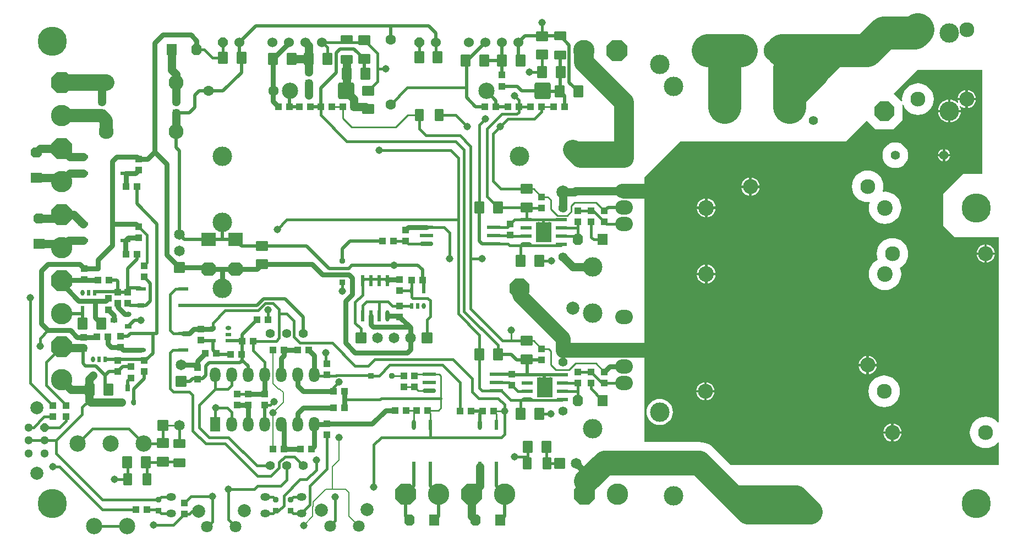
<source format=gbl>
G04 Layer_Physical_Order=2*
G04 Layer_Color=16711680*
%FSLAX25Y25*%
%MOIN*%
G70*
G01*
G75*
%ADD11C,0.05000*%
%ADD12C,0.01500*%
%ADD13C,0.02000*%
%ADD14C,0.15000*%
%ADD15C,0.12000*%
%ADD16C,0.03000*%
%ADD17C,0.20000*%
%ADD19C,0.01000*%
%ADD20C,0.07874*%
%ADD21C,0.05118*%
%ADD22P,0.05540X8X292.5*%
%ADD23C,0.09055*%
%ADD24C,0.07087*%
%ADD25C,0.06000*%
%ADD26P,0.06494X8X22.5*%
%ADD27C,0.06500*%
G04:AMPARAMS|DCode=28|XSize=65mil|YSize=65mil|CornerRadius=3.25mil|HoleSize=0mil|Usage=FLASHONLY|Rotation=180.000|XOffset=0mil|YOffset=0mil|HoleType=Round|Shape=RoundedRectangle|*
%AMROUNDEDRECTD28*
21,1,0.06500,0.05850,0,0,180.0*
21,1,0.05850,0.06500,0,0,180.0*
1,1,0.00650,-0.02925,0.02925*
1,1,0.00650,0.02925,0.02925*
1,1,0.00650,0.02925,-0.02925*
1,1,0.00650,-0.02925,-0.02925*
%
%ADD28ROUNDEDRECTD28*%
%ADD29C,0.11811*%
%ADD30P,0.12784X8X292.5*%
G04:AMPARAMS|DCode=31|XSize=65mil|YSize=65mil|CornerRadius=3.25mil|HoleSize=0mil|Usage=FLASHONLY|Rotation=90.000|XOffset=0mil|YOffset=0mil|HoleType=Round|Shape=RoundedRectangle|*
%AMROUNDEDRECTD31*
21,1,0.06500,0.05850,0,0,90.0*
21,1,0.05850,0.06500,0,0,90.0*
1,1,0.00650,0.02925,0.02925*
1,1,0.00650,0.02925,-0.02925*
1,1,0.00650,-0.02925,-0.02925*
1,1,0.00650,-0.02925,0.02925*
%
%ADD31ROUNDEDRECTD31*%
%ADD32C,0.09843*%
G04:AMPARAMS|DCode=33|XSize=98.43mil|YSize=98.43mil|CornerRadius=9.84mil|HoleSize=0mil|Usage=FLASHONLY|Rotation=0.000|XOffset=0mil|YOffset=0mil|HoleType=Round|Shape=RoundedRectangle|*
%AMROUNDEDRECTD33*
21,1,0.09843,0.07874,0,0,0.0*
21,1,0.07874,0.09843,0,0,0.0*
1,1,0.01969,0.03937,-0.03937*
1,1,0.01969,-0.03937,-0.03937*
1,1,0.01969,-0.03937,0.03937*
1,1,0.01969,0.03937,0.03937*
%
%ADD33ROUNDEDRECTD33*%
%ADD34C,0.06299*%
%ADD35P,0.12784X8X202.5*%
%ADD36P,0.14063X8X292.5*%
%ADD37C,0.12992*%
%ADD38C,0.09449*%
%ADD39C,0.05512*%
%ADD40O,0.05906X0.04724*%
%ADD41P,0.14063X8X202.5*%
%ADD42O,0.10630X0.08819*%
%ADD43O,0.06400X0.09000*%
%ADD44R,0.06400X0.09000*%
%ADD45C,0.17716*%
%ADD46C,0.04500*%
%ADD47C,0.02598*%
G04:AMPARAMS|DCode=48|XSize=40mil|YSize=40mil|CornerRadius=3mil|HoleSize=0mil|Usage=FLASHONLY|Rotation=180.000|XOffset=0mil|YOffset=0mil|HoleType=Round|Shape=RoundedRectangle|*
%AMROUNDEDRECTD48*
21,1,0.04000,0.03400,0,0,180.0*
21,1,0.03400,0.04000,0,0,180.0*
1,1,0.00600,-0.01700,0.01700*
1,1,0.00600,0.01700,0.01700*
1,1,0.00600,0.01700,-0.01700*
1,1,0.00600,-0.01700,-0.01700*
%
%ADD48ROUNDEDRECTD48*%
%ADD49R,0.04000X0.03000*%
%ADD50O,0.04000X0.03000*%
%ADD51R,0.03000X0.04000*%
%ADD52O,0.03000X0.04000*%
%ADD53O,0.02362X0.03543*%
%ADD54R,0.02362X0.03543*%
%ADD55O,0.06890X0.02362*%
%ADD56R,0.06890X0.02362*%
%ADD57R,0.09449X0.12205*%
G04:AMPARAMS|DCode=58|XSize=23.62mil|YSize=80.71mil|CornerRadius=0mil|HoleSize=0mil|Usage=FLASHONLY|Rotation=270.000|XOffset=0mil|YOffset=0mil|HoleType=Round|Shape=Octagon|*
%AMOCTAGOND58*
4,1,8,0.04035,0.00591,0.04035,-0.00591,0.03445,-0.01181,-0.03445,-0.01181,-0.04035,-0.00591,-0.04035,0.00591,-0.03445,0.01181,0.03445,0.01181,0.04035,0.00591,0.0*
%
%ADD58OCTAGOND58*%

%ADD59R,0.08071X0.02362*%
%ADD60R,0.02362X0.06890*%
%ADD61O,0.02362X0.06890*%
G04:AMPARAMS|DCode=62|XSize=40mil|YSize=40mil|CornerRadius=3mil|HoleSize=0mil|Usage=FLASHONLY|Rotation=270.000|XOffset=0mil|YOffset=0mil|HoleType=Round|Shape=RoundedRectangle|*
%AMROUNDEDRECTD62*
21,1,0.04000,0.03400,0,0,270.0*
21,1,0.03400,0.04000,0,0,270.0*
1,1,0.00600,-0.01700,-0.01700*
1,1,0.00600,-0.01700,0.01700*
1,1,0.00600,0.01700,0.01700*
1,1,0.00600,0.01700,-0.01700*
%
%ADD62ROUNDEDRECTD62*%
G04:AMPARAMS|DCode=63|XSize=63mil|YSize=71mil|CornerRadius=4.73mil|HoleSize=0mil|Usage=FLASHONLY|Rotation=90.000|XOffset=0mil|YOffset=0mil|HoleType=Round|Shape=RoundedRectangle|*
%AMROUNDEDRECTD63*
21,1,0.06300,0.06155,0,0,90.0*
21,1,0.05355,0.07100,0,0,90.0*
1,1,0.00945,0.03078,0.02678*
1,1,0.00945,0.03078,-0.02678*
1,1,0.00945,-0.03078,-0.02678*
1,1,0.00945,-0.03078,0.02678*
%
%ADD63ROUNDEDRECTD63*%
G04:AMPARAMS|DCode=64|XSize=63mil|YSize=71mil|CornerRadius=4.73mil|HoleSize=0mil|Usage=FLASHONLY|Rotation=0.000|XOffset=0mil|YOffset=0mil|HoleType=Round|Shape=RoundedRectangle|*
%AMROUNDEDRECTD64*
21,1,0.06300,0.06155,0,0,0.0*
21,1,0.05355,0.07100,0,0,0.0*
1,1,0.00945,0.02678,-0.03078*
1,1,0.00945,-0.02678,-0.03078*
1,1,0.00945,-0.02678,0.03078*
1,1,0.00945,0.02678,0.03078*
%
%ADD64ROUNDEDRECTD64*%
%ADD65R,0.08661X0.08071*%
G04:AMPARAMS|DCode=66|XSize=86.61mil|YSize=80.71mil|CornerRadius=0mil|HoleSize=0mil|Usage=FLASHONLY|Rotation=0.000|XOffset=0mil|YOffset=0mil|HoleType=Round|Shape=Octagon|*
%AMOCTAGOND66*
4,1,8,0.04331,-0.02018,0.04331,0.02018,0.02313,0.04035,-0.02313,0.04035,-0.04331,0.02018,-0.04331,-0.02018,-0.02313,-0.04035,0.02313,-0.04035,0.04331,-0.02018,0.0*
%
%ADD66OCTAGOND66*%

%ADD67R,0.06299X0.02362*%
%ADD68O,0.06299X0.02362*%
%ADD69R,0.06693X0.06299*%
G04:AMPARAMS|DCode=70|XSize=66.93mil|YSize=62.99mil|CornerRadius=0mil|HoleSize=0mil|Usage=FLASHONLY|Rotation=0.000|XOffset=0mil|YOffset=0mil|HoleType=Round|Shape=Octagon|*
%AMOCTAGOND70*
4,1,8,0.03347,-0.01575,0.03347,0.01575,0.01772,0.03150,-0.01772,0.03150,-0.03347,0.01575,-0.03347,-0.01575,-0.01772,-0.03150,0.01772,-0.03150,0.03347,-0.01575,0.0*
%
%ADD70OCTAGOND70*%

G04:AMPARAMS|DCode=71|XSize=66.93mil|YSize=62.99mil|CornerRadius=0mil|HoleSize=0mil|Usage=FLASHONLY|Rotation=270.000|XOffset=0mil|YOffset=0mil|HoleType=Round|Shape=Octagon|*
%AMOCTAGOND71*
4,1,8,-0.01575,-0.03347,0.01575,-0.03347,0.03150,-0.01772,0.03150,0.01772,0.01575,0.03347,-0.01575,0.03347,-0.03150,0.01772,-0.03150,-0.01772,-0.01575,-0.03347,0.0*
%
%ADD71OCTAGOND71*%

%ADD72R,0.06299X0.06693*%
%ADD73P,0.03835X8X292.5*%
%ADD74R,0.03543X0.03543*%
%ADD75P,0.03835X8X22.5*%
%ADD76R,0.03543X0.03543*%
G04:AMPARAMS|DCode=77|XSize=35.43mil|YSize=33.47mil|CornerRadius=0mil|HoleSize=0mil|Usage=FLASHONLY|Rotation=0.000|XOffset=0mil|YOffset=0mil|HoleType=Round|Shape=Octagon|*
%AMOCTAGOND77*
4,1,8,0.01772,-0.00837,0.01772,0.00837,0.00935,0.01673,-0.00935,0.01673,-0.01772,0.00837,-0.01772,-0.00837,-0.00935,-0.01673,0.00935,-0.01673,0.01772,-0.00837,0.0*
%
%ADD77OCTAGOND77*%

%ADD78R,0.03543X0.03347*%
%ADD79R,0.03543X0.02362*%
%ADD80O,0.03543X0.02362*%
G04:AMPARAMS|DCode=81|XSize=55.12mil|YSize=70.87mil|CornerRadius=4.13mil|HoleSize=0mil|Usage=FLASHONLY|Rotation=90.000|XOffset=0mil|YOffset=0mil|HoleType=Round|Shape=RoundedRectangle|*
%AMROUNDEDRECTD81*
21,1,0.05512,0.06260,0,0,90.0*
21,1,0.04685,0.07087,0,0,90.0*
1,1,0.00827,0.03130,0.02343*
1,1,0.00827,0.03130,-0.02343*
1,1,0.00827,-0.03130,-0.02343*
1,1,0.00827,-0.03130,0.02343*
%
%ADD81ROUNDEDRECTD81*%
G04:AMPARAMS|DCode=82|XSize=55.12mil|YSize=70.87mil|CornerRadius=4.13mil|HoleSize=0mil|Usage=FLASHONLY|Rotation=0.000|XOffset=0mil|YOffset=0mil|HoleType=Round|Shape=RoundedRectangle|*
%AMROUNDEDRECTD82*
21,1,0.05512,0.06260,0,0,0.0*
21,1,0.04685,0.07087,0,0,0.0*
1,1,0.00827,0.02343,-0.03130*
1,1,0.00827,-0.02343,-0.03130*
1,1,0.00827,-0.02343,0.03130*
1,1,0.00827,0.02343,0.03130*
%
%ADD82ROUNDEDRECTD82*%
%ADD83O,0.02362X0.06299*%
%ADD84R,0.02362X0.06299*%
%ADD85C,0.00800*%
%ADD86C,0.09000*%
%ADD87C,0.10000*%
%ADD88C,0.08000*%
%ADD89C,0.04000*%
G36*
X718504Y399606D02*
X706693Y399606D01*
X694882Y387795D01*
X694882Y368110D01*
X701772Y361221D01*
X728346Y361221D01*
X728346Y249276D01*
X727876Y249108D01*
X727242Y249880D01*
X725791Y251070D01*
X724136Y251955D01*
X722340Y252500D01*
X720472Y252684D01*
X718605Y252500D01*
X716809Y251955D01*
X715154Y251070D01*
X713703Y249880D01*
X712512Y248429D01*
X711627Y246774D01*
X711083Y244978D01*
X710899Y243110D01*
X711083Y241243D01*
X711627Y239446D01*
X712512Y237791D01*
X713703Y236341D01*
X715154Y235150D01*
X716809Y234265D01*
X718605Y233720D01*
X720472Y233537D01*
X722340Y233720D01*
X724136Y234265D01*
X725791Y235150D01*
X727242Y236341D01*
X727876Y237113D01*
X728346Y236944D01*
X728346Y223425D01*
X686024D01*
X565961Y223425D01*
X555776Y233610D01*
X554279Y234888D01*
X552602Y235916D01*
X550784Y236669D01*
X548871Y237128D01*
X546909Y237283D01*
X513780D01*
X513779Y397638D01*
X535433Y419291D01*
X635827D01*
X648531Y431996D01*
X653677Y426850D01*
X664583D01*
X670035Y432303D01*
Y441566D01*
X670535Y441640D01*
X670627Y441336D01*
X671512Y439681D01*
X672703Y438230D01*
X674154Y437040D01*
X675809Y436155D01*
X677605Y435610D01*
X679472Y435426D01*
X681340Y435610D01*
X683136Y436155D01*
X684791Y437040D01*
X686242Y438230D01*
X687433Y439681D01*
X688317Y441336D01*
X688862Y443132D01*
X689046Y445000D01*
X688862Y446868D01*
X688317Y448664D01*
X687433Y450319D01*
X686242Y451770D01*
X684791Y452960D01*
X683136Y453845D01*
X681340Y454390D01*
X679472Y454574D01*
X677605Y454390D01*
X675809Y453845D01*
X674154Y452960D01*
X672703Y451770D01*
X671512Y450319D01*
X670627Y448664D01*
X670083Y446868D01*
X669899Y445000D01*
X670002Y443949D01*
X669522Y443722D01*
X664890Y448354D01*
X669291Y452756D01*
X679134Y462598D01*
X718504D01*
X718504Y399606D01*
D02*
G37*
%LPC*%
G36*
X664000Y360841D02*
X662132Y360657D01*
X660336Y360113D01*
X658681Y359228D01*
X657230Y358037D01*
X656040Y356587D01*
X655155Y354931D01*
X654610Y353135D01*
X654426Y351268D01*
X654610Y349400D01*
X655129Y347690D01*
X654071Y347125D01*
X652591Y345910D01*
X651375Y344429D01*
X650472Y342739D01*
X649916Y340906D01*
X649728Y339000D01*
X649916Y337094D01*
X650472Y335261D01*
X651375Y333571D01*
X652591Y332090D01*
X654071Y330875D01*
X655761Y329972D01*
X657594Y329416D01*
X659500Y329228D01*
X661406Y329416D01*
X663239Y329972D01*
X664929Y330875D01*
X666409Y332090D01*
X667625Y333571D01*
X668528Y335261D01*
X669084Y337094D01*
X669272Y339000D01*
X669084Y340906D01*
X668528Y342739D01*
X668467Y342852D01*
X669319Y343307D01*
X670770Y344498D01*
X671960Y345949D01*
X672845Y347604D01*
X673390Y349400D01*
X673574Y351268D01*
X673390Y353135D01*
X672845Y354931D01*
X671960Y356587D01*
X670770Y358037D01*
X669319Y359228D01*
X667664Y360113D01*
X665868Y360657D01*
X664000Y360841D01*
D02*
G37*
G36*
X550482Y338250D02*
X545557D01*
X545655Y337506D01*
X546232Y336113D01*
X547150Y334917D01*
X548345Y334000D01*
X549738Y333423D01*
X550482Y333325D01*
Y338250D01*
D02*
G37*
G36*
X649750Y289343D02*
Y284616D01*
X654476D01*
X654385Y285309D01*
X653828Y286654D01*
X652942Y287808D01*
X651788Y288695D01*
X650443Y289251D01*
X649750Y289343D01*
D02*
G37*
G36*
X654476Y283116D02*
X649750D01*
Y278390D01*
X650443Y278481D01*
X651788Y279038D01*
X652942Y279924D01*
X653828Y281079D01*
X654385Y282423D01*
X654476Y283116D01*
D02*
G37*
G36*
X648250Y289343D02*
X647557Y289251D01*
X646212Y288695D01*
X645058Y287808D01*
X644172Y286654D01*
X643615Y285309D01*
X643524Y284616D01*
X648250D01*
Y289343D01*
D02*
G37*
G36*
X556907Y338250D02*
X551982D01*
Y333325D01*
X552727Y333423D01*
X554119Y334000D01*
X555315Y334917D01*
X556233Y336113D01*
X556809Y337506D01*
X556907Y338250D01*
D02*
G37*
G36*
X719723Y350628D02*
X714996D01*
X715087Y349935D01*
X715644Y348590D01*
X716530Y347436D01*
X717685Y346550D01*
X719030Y345993D01*
X719723Y345901D01*
Y350628D01*
D02*
G37*
G36*
X725949D02*
X721222D01*
Y345901D01*
X721915Y345993D01*
X723260Y346550D01*
X724415Y347436D01*
X725301Y348590D01*
X725858Y349935D01*
X725949Y350628D01*
D02*
G37*
G36*
X551982Y344675D02*
Y339750D01*
X556907D01*
X556809Y340494D01*
X556233Y341887D01*
X555315Y343083D01*
X554119Y344000D01*
X552727Y344577D01*
X551982Y344675D01*
D02*
G37*
G36*
X719723Y356855D02*
X719030Y356763D01*
X717685Y356206D01*
X716530Y355320D01*
X715644Y354166D01*
X715087Y352821D01*
X714996Y352128D01*
X719723D01*
Y356855D01*
D02*
G37*
G36*
X550482Y344675D02*
X549738Y344577D01*
X548345Y344000D01*
X547150Y343083D01*
X546232Y341887D01*
X545655Y340494D01*
X545557Y339750D01*
X550482D01*
Y344675D01*
D02*
G37*
G36*
X664750Y248477D02*
Y243750D01*
X669477D01*
X669385Y244443D01*
X668828Y245788D01*
X667942Y246942D01*
X666788Y247828D01*
X665443Y248385D01*
X664750Y248477D01*
D02*
G37*
G36*
X523000Y263444D02*
X521450Y263291D01*
X519960Y262839D01*
X518587Y262105D01*
X517383Y261117D01*
X516395Y259913D01*
X515661Y258540D01*
X515209Y257050D01*
X515056Y255500D01*
X515209Y253950D01*
X515661Y252460D01*
X516395Y251087D01*
X517383Y249883D01*
X518587Y248895D01*
X519960Y248161D01*
X521450Y247709D01*
X523000Y247556D01*
X524550Y247709D01*
X526040Y248161D01*
X527413Y248895D01*
X528617Y249883D01*
X529605Y251087D01*
X530339Y252460D01*
X530791Y253950D01*
X530944Y255500D01*
X530791Y257050D01*
X530339Y258540D01*
X529605Y259913D01*
X528617Y261117D01*
X527413Y262105D01*
X526040Y262839D01*
X524550Y263291D01*
X523000Y263444D01*
D02*
G37*
G36*
X663250Y248477D02*
X662557Y248385D01*
X661212Y247828D01*
X660058Y246942D01*
X659172Y245788D01*
X658615Y244443D01*
X658524Y243750D01*
X663250D01*
Y248477D01*
D02*
G37*
G36*
Y242250D02*
X658524D01*
X658615Y241557D01*
X659172Y240212D01*
X660058Y239058D01*
X661212Y238172D01*
X662557Y237615D01*
X663250Y237524D01*
Y242250D01*
D02*
G37*
G36*
X669477D02*
X664750D01*
Y237524D01*
X665443Y237615D01*
X666788Y238172D01*
X667942Y239058D01*
X668828Y240212D01*
X669385Y241557D01*
X669477Y242250D01*
D02*
G37*
G36*
X659000Y277574D02*
X657132Y277390D01*
X655336Y276845D01*
X653681Y275960D01*
X652230Y274770D01*
X651040Y273319D01*
X650155Y271664D01*
X649610Y269868D01*
X649426Y268000D01*
X649610Y266132D01*
X650155Y264336D01*
X651040Y262681D01*
X652230Y261230D01*
X653681Y260040D01*
X655336Y259155D01*
X657132Y258610D01*
X659000Y258426D01*
X660868Y258610D01*
X662664Y259155D01*
X664319Y260040D01*
X665770Y261230D01*
X666960Y262681D01*
X667845Y264336D01*
X668390Y266132D01*
X668574Y268000D01*
X668390Y269868D01*
X667845Y271664D01*
X666960Y273319D01*
X665770Y274770D01*
X664319Y275960D01*
X662664Y276845D01*
X660868Y277390D01*
X659000Y277574D01*
D02*
G37*
G36*
X551482Y273477D02*
Y268750D01*
X556209D01*
X556118Y269443D01*
X555561Y270788D01*
X554675Y271942D01*
X553520Y272828D01*
X552175Y273385D01*
X551482Y273477D01*
D02*
G37*
G36*
X648250Y283116D02*
X643524D01*
X643615Y282423D01*
X644172Y281079D01*
X645058Y279924D01*
X646212Y279038D01*
X647557Y278481D01*
X648250Y278390D01*
Y283116D01*
D02*
G37*
G36*
X549982Y273477D02*
X549289Y273385D01*
X547945Y272828D01*
X546790Y271942D01*
X545904Y270788D01*
X545347Y269443D01*
X545256Y268750D01*
X549982D01*
Y273477D01*
D02*
G37*
G36*
Y267250D02*
X545256D01*
X545347Y266557D01*
X545904Y265212D01*
X546790Y264058D01*
X547945Y263172D01*
X549289Y262615D01*
X549982Y262524D01*
Y267250D01*
D02*
G37*
G36*
X556209D02*
X551482D01*
Y262524D01*
X552175Y262615D01*
X553520Y263172D01*
X554675Y264058D01*
X555561Y265212D01*
X556118Y266557D01*
X556209Y267250D01*
D02*
G37*
G36*
X696014Y414690D02*
Y411750D01*
X698953D01*
X698923Y411980D01*
X698545Y412894D01*
X697942Y413679D01*
X697158Y414281D01*
X696244Y414659D01*
X696014Y414690D01*
D02*
G37*
G36*
X705365Y437006D02*
X699250D01*
Y430891D01*
X699854Y430950D01*
X701155Y431345D01*
X702355Y431986D01*
X703407Y432849D01*
X704270Y433901D01*
X704911Y435101D01*
X705306Y436402D01*
X705365Y437006D01*
D02*
G37*
G36*
X694514Y414690D02*
X694283Y414659D01*
X693370Y414281D01*
X692585Y413679D01*
X691983Y412894D01*
X691605Y411980D01*
X691574Y411750D01*
X694514D01*
Y414690D01*
D02*
G37*
G36*
Y410250D02*
X691574D01*
X691605Y410019D01*
X691983Y409106D01*
X692585Y408321D01*
X693370Y407719D01*
X694283Y407341D01*
X694514Y407310D01*
Y410250D01*
D02*
G37*
G36*
X698953D02*
X696014D01*
Y407310D01*
X696244Y407341D01*
X697158Y407719D01*
X697942Y408321D01*
X698545Y409106D01*
X698923Y410019D01*
X698953Y410250D01*
D02*
G37*
G36*
X697750Y437006D02*
X691635D01*
X691694Y436402D01*
X692089Y435101D01*
X692731Y433901D01*
X693593Y432849D01*
X694645Y431986D01*
X695845Y431345D01*
X697146Y430950D01*
X697750Y430891D01*
Y437006D01*
D02*
G37*
G36*
X708250Y450477D02*
X707557Y450385D01*
X706212Y449828D01*
X705058Y448942D01*
X704172Y447788D01*
X703615Y446443D01*
X703523Y445750D01*
X708250D01*
Y450477D01*
D02*
G37*
G36*
X709750D02*
Y445750D01*
X714476D01*
X714385Y446443D01*
X713828Y447788D01*
X712942Y448942D01*
X711788Y449828D01*
X710443Y450385D01*
X709750Y450477D01*
D02*
G37*
G36*
X714476Y444250D02*
X709750D01*
Y439524D01*
X710443Y439615D01*
X711788Y440172D01*
X712942Y441058D01*
X713828Y442212D01*
X714385Y443557D01*
X714476Y444250D01*
D02*
G37*
G36*
X697750Y444621D02*
X697146Y444561D01*
X695845Y444167D01*
X694645Y443525D01*
X693593Y442662D01*
X692731Y441611D01*
X692089Y440411D01*
X691694Y439110D01*
X691635Y438506D01*
X697750D01*
Y444621D01*
D02*
G37*
G36*
X699250D02*
Y438506D01*
X705365D01*
X705306Y439110D01*
X704911Y440411D01*
X704794Y440630D01*
X705184Y440961D01*
X706212Y440172D01*
X707557Y439615D01*
X708250Y439524D01*
Y444250D01*
X703523D01*
X703615Y443557D01*
X703916Y442830D01*
X703482Y442570D01*
X703407Y442662D01*
X702355Y443525D01*
X701155Y444167D01*
X699854Y444561D01*
X699250Y444621D01*
D02*
G37*
G36*
X556907Y378408D02*
X551982D01*
Y373482D01*
X552727Y373580D01*
X554119Y374157D01*
X555315Y375075D01*
X556233Y376271D01*
X556809Y377663D01*
X556907Y378408D01*
D02*
G37*
G36*
X550482Y384833D02*
X549738Y384735D01*
X548345Y384158D01*
X547150Y383240D01*
X546232Y382044D01*
X545655Y380652D01*
X545557Y379907D01*
X550482D01*
Y384833D01*
D02*
G37*
G36*
Y378408D02*
X545557D01*
X545655Y377663D01*
X546232Y376271D01*
X547150Y375075D01*
X548345Y374157D01*
X549738Y373580D01*
X550482Y373482D01*
Y378408D01*
D02*
G37*
G36*
X721222Y356855D02*
Y352128D01*
X725949D01*
X725858Y352821D01*
X725301Y354166D01*
X724415Y355320D01*
X723260Y356206D01*
X721915Y356763D01*
X721222Y356855D01*
D02*
G37*
G36*
X649000Y401708D02*
X647132Y401524D01*
X645336Y400979D01*
X643681Y400094D01*
X642230Y398903D01*
X641040Y397453D01*
X640155Y395797D01*
X639610Y394002D01*
X639426Y392134D01*
X639610Y390266D01*
X640155Y388470D01*
X641040Y386815D01*
X642230Y385364D01*
X643681Y384174D01*
X645336Y383289D01*
X647132Y382744D01*
X649000Y382560D01*
X649965Y382655D01*
X650282Y382269D01*
X649916Y381064D01*
X649728Y379157D01*
X649916Y377251D01*
X650472Y375418D01*
X651375Y373729D01*
X652591Y372248D01*
X654071Y371033D01*
X655761Y370130D01*
X657594Y369574D01*
X659500Y369386D01*
X661406Y369574D01*
X663239Y370130D01*
X664929Y371033D01*
X666409Y372248D01*
X667625Y373729D01*
X668528Y375418D01*
X669084Y377251D01*
X669272Y379157D01*
X669084Y381064D01*
X668528Y382897D01*
X667625Y384586D01*
X666409Y386067D01*
X664929Y387282D01*
X663239Y388185D01*
X661406Y388741D01*
X659500Y388929D01*
X658385Y388819D01*
X658068Y389206D01*
X658390Y390266D01*
X658574Y392134D01*
X658390Y394002D01*
X657845Y395797D01*
X656960Y397453D01*
X655770Y398903D01*
X654319Y400094D01*
X652664Y400979D01*
X650868Y401524D01*
X649000Y401708D01*
D02*
G37*
G36*
X551982Y384833D02*
Y379907D01*
X556907D01*
X556809Y380652D01*
X556233Y382044D01*
X555315Y383240D01*
X554119Y384158D01*
X552727Y384735D01*
X551982Y384833D01*
D02*
G37*
G36*
X578750Y397402D02*
Y392675D01*
X583476D01*
X583385Y393368D01*
X582828Y394713D01*
X581942Y395867D01*
X580788Y396754D01*
X579443Y397310D01*
X578750Y397402D01*
D02*
G37*
G36*
X665736Y418793D02*
X664216Y418644D01*
X662754Y418200D01*
X661406Y417480D01*
X660225Y416511D01*
X659256Y415330D01*
X658536Y413982D01*
X658092Y412520D01*
X657943Y411000D01*
X658092Y409480D01*
X658536Y408018D01*
X659256Y406670D01*
X660225Y405489D01*
X661406Y404520D01*
X662754Y403800D01*
X664216Y403356D01*
X665736Y403207D01*
X667257Y403356D01*
X668719Y403800D01*
X670066Y404520D01*
X671247Y405489D01*
X672216Y406670D01*
X672936Y408018D01*
X673380Y409480D01*
X673530Y411000D01*
X673380Y412520D01*
X672936Y413982D01*
X672216Y415330D01*
X671247Y416511D01*
X670066Y417480D01*
X668719Y418200D01*
X667257Y418644D01*
X665736Y418793D01*
D02*
G37*
G36*
X577250Y397402D02*
X576557Y397310D01*
X575212Y396754D01*
X574058Y395867D01*
X573172Y394713D01*
X572615Y393368D01*
X572523Y392675D01*
X577250D01*
Y397402D01*
D02*
G37*
G36*
Y391175D02*
X572523D01*
X572615Y390482D01*
X573172Y389138D01*
X574058Y387983D01*
X575212Y387097D01*
X576557Y386540D01*
X577250Y386449D01*
Y391175D01*
D02*
G37*
G36*
X583476D02*
X578750D01*
Y386449D01*
X579443Y386540D01*
X580788Y387097D01*
X581942Y387983D01*
X582828Y389138D01*
X583385Y390482D01*
X583476Y391175D01*
D02*
G37*
%LPD*%
G54D11*
X197047Y261417D02*
X178483D01*
X177400Y262500D01*
Y269000D01*
Y275416D01*
X179760Y277776D01*
X177400Y269000D02*
X166402D01*
X160902Y274500D01*
X173653Y294500D02*
X160902D01*
X173705Y359500D02*
X165248D01*
X160748Y355000D01*
X158327Y357421D01*
X147000D01*
X158327Y372579D02*
X160748Y375000D01*
X168205D01*
X173705Y369500D01*
X160748Y395000D02*
X165748Y400000D01*
X173705D01*
Y410000D02*
X165748D01*
X160748Y415000D01*
X147921D01*
X145500Y412579D01*
Y397421D02*
X158327D01*
X160748Y395000D01*
X158327Y372579D02*
X147000D01*
X185000Y443347D02*
Y452126D01*
X187874Y455000D01*
X227421Y462579D02*
X230000Y460000D01*
Y455000D01*
Y443347D01*
Y436654D02*
Y425472D01*
X227421Y462579D02*
Y475000D01*
X300100Y469500D02*
X310400D01*
X310500Y461346D02*
Y477500D01*
X308500Y479500D01*
X333500Y469095D02*
Y450500D01*
X333000Y450000D01*
X337846Y445154D01*
Y440500D01*
X344900D01*
X346500Y438900D01*
X310500Y447500D02*
Y454654D01*
X464500Y349500D02*
X470500Y343500D01*
X482500D01*
X464500Y379028D02*
Y388657D01*
X464547Y388705D01*
X471382D01*
X472177Y389500D01*
X501500D01*
X414000Y222205D02*
Y210748D01*
X409000Y205748D01*
Y192421D01*
X411421Y190000D01*
G54D12*
X185390Y196500D02*
X205654D01*
X212347D02*
X218752D01*
X219500Y195752D01*
X221252Y194000D01*
X227000D01*
X228354Y187008D02*
X235000Y193654D01*
X238154D01*
X239874Y195374D01*
X243721D01*
X248839Y185925D02*
X252000Y189087D01*
Y204500D01*
X239154D01*
X235000Y200346D01*
X232000Y224594D02*
X231194Y225400D01*
X222000D01*
X221600Y225000D01*
X211600D01*
X212598Y224002D01*
Y214567D01*
X200787D02*
Y224613D01*
X200400Y225000D01*
X200787Y214567D02*
X192913D01*
X185547Y202248D02*
X219500D01*
X221252Y204000D01*
X227000D01*
X228354Y187008D02*
X216535D01*
X200500Y186500D02*
X180500D01*
X185390Y196500D02*
X159449Y222441D01*
X155512D01*
X170500Y236500D02*
X179500Y245500D01*
X201500D01*
X210500Y236500D01*
X221900D01*
X222000Y236600D01*
Y247500D01*
X232000Y236405D02*
Y247500D01*
X244094Y246063D02*
Y259842D01*
X253654Y269402D01*
X261528D01*
X263653Y271528D01*
Y278000D01*
X267000Y266347D02*
X273654D01*
X261000Y258000D02*
X263653Y255346D01*
Y248000D01*
X261000Y258000D02*
X254000D01*
X253654Y257653D01*
Y248000D01*
X250000Y240158D02*
X261811D01*
X278969Y223000D01*
X287000D01*
X287402Y216535D02*
X292494Y221628D01*
Y224866D01*
X295974Y228346D01*
X301654D01*
X307000Y223000D01*
X309055Y214567D02*
X314961Y220472D01*
Y226378D01*
X309055Y214567D02*
X305118D01*
X295276Y204724D01*
Y198819D01*
X292209Y195752D01*
X290500D01*
X288748Y194000D01*
X284000D01*
X299500Y195752D02*
X301252Y194000D01*
X306000D01*
Y194242D01*
X311024Y199265D01*
Y210630D01*
X321500Y221106D01*
Y241653D01*
X349716Y235543D02*
X354331Y240158D01*
X383858D01*
X427165D01*
X429039Y242032D01*
Y256000D01*
Y259937D01*
X425197Y263779D01*
X413386D01*
X409449Y267717D01*
Y275590D01*
X397638Y287402D01*
X350394D01*
X346457Y283465D01*
X338583D01*
X324803Y297244D01*
X305118D01*
X301506Y300856D01*
Y310699D01*
X297244Y314961D01*
X292494D01*
Y317742D01*
X288894Y321342D01*
X284190D01*
X279776Y316929D01*
X259842D01*
X252276Y309362D01*
Y306240D01*
X234295Y330000D02*
X229606D01*
X226378Y326772D01*
Y305118D01*
X228496Y303000D01*
X234295D01*
Y293000D02*
X228039D01*
X226378Y291339D01*
Y269685D01*
X228346Y267717D01*
X238189D01*
X240158Y265748D01*
Y244094D01*
X248031Y236221D01*
X259842D01*
X279528Y216535D01*
X287402D01*
X279528Y210630D02*
X293307D01*
X297000Y214323D01*
Y223000D01*
X299500Y202248D02*
X301252Y204000D01*
X306000D01*
X323339Y186425D02*
X326500Y189587D01*
Y204000D01*
X349716Y209953D02*
Y235543D01*
X353551Y263000D02*
X354331Y263779D01*
X390500D01*
X384000Y247795D02*
Y240299D01*
X383858Y240158D01*
X402153Y256000D02*
Y273346D01*
X391500Y284000D01*
X359500D01*
X353000Y277500D01*
X348102D01*
X347980Y277622D01*
X327083D01*
X326961Y277500D01*
X314154D01*
X313653Y278000D01*
X320866Y285480D02*
Y291339D01*
Y285480D02*
X321500Y284846D01*
X325307Y270189D02*
X328740Y273622D01*
X325307Y270189D02*
Y268000D01*
X332000D02*
X332283Y267717D01*
X332000Y263000D02*
X353551D01*
X382000Y300374D02*
Y311374D01*
X384000Y313374D01*
Y322874D01*
X382500Y324374D01*
X373500D01*
X372689Y325185D01*
Y329028D01*
X372760Y329098D01*
Y335268D01*
X372654Y335374D01*
X372689Y329028D02*
X365500D01*
X358500Y322374D02*
X361154Y319721D01*
X365500D01*
X365571Y319650D01*
X372760D01*
X358500Y322374D02*
X353000D01*
X345500D01*
X343000Y319874D01*
Y313744D01*
X338500Y309374D02*
Y321874D01*
X343000Y326374D01*
Y335004D01*
X343870Y335874D01*
X353000D01*
X358000D01*
X353000Y322374D02*
Y313744D01*
X338500Y309374D02*
X342000Y305874D01*
Y300374D01*
X330709Y328740D02*
Y334154D01*
X361846Y359000D02*
X362000Y359154D01*
X369017D01*
X370670Y357500D01*
X381741D01*
X395669Y348425D02*
Y364173D01*
X392342Y367500D01*
X381741D01*
X408500Y348425D02*
X415354D01*
X438900Y347000D02*
Y356100D01*
X438500Y356500D01*
X462980D01*
X463480Y357000D01*
Y362000D02*
X471438D01*
X473438Y360000D01*
X473517Y360079D01*
Y367000D01*
Y370654D01*
Y377346D02*
X481517D01*
X482824D01*
X489517Y370654D01*
X490670Y369500D01*
X501500D01*
X481517Y370654D02*
Y361483D01*
X483000Y360000D01*
X488595D01*
X463480Y372000D02*
X452500D01*
X442220D01*
X442500Y372280D01*
Y379400D01*
X442746Y379153D01*
X451500D01*
X452500Y372000D02*
Y367606D01*
X452850Y367256D01*
X463480Y367000D02*
X473517D01*
X457500Y347000D02*
X450100D01*
X438500Y356500D02*
X432000D01*
X431000Y357500D01*
X422292D01*
Y362500D02*
X432363D01*
X432517Y362653D01*
X433170Y362000D01*
X442220D01*
Y372000D02*
X435170D01*
X432517Y369346D01*
X430670Y367500D01*
X422292D01*
X425100Y379500D02*
X442400D01*
X442500Y379400D01*
Y390600D02*
X426900D01*
X422000Y395500D01*
Y424000D01*
X426500Y428500D01*
X431000Y433000D01*
X447000D01*
X451448Y437449D01*
Y440500D01*
X444756D02*
X437647D01*
Y444352D01*
X435000Y447000D01*
X437647Y440500D02*
Y437148D01*
X436500Y436000D01*
X427500D01*
X418500Y427000D01*
Y386100D01*
X425100Y379500D01*
X413900D02*
Y429400D01*
X417500Y433000D01*
X406000Y452000D02*
X370185D01*
X360000Y441815D01*
X353000Y414000D02*
X396500D01*
X401000Y409500D01*
Y372047D01*
Y315000D01*
X413900Y302100D01*
Y290500D01*
Y270100D01*
X415500Y268500D01*
X424000D01*
X427000D01*
X432774Y262726D01*
X439000D01*
X463856D01*
X464130Y263000D01*
Y268000D02*
X473421D01*
Y273075D01*
X473500Y273153D01*
X473421Y273075D02*
X473347Y273000D01*
X464130D01*
X473421Y268000D02*
Y262500D01*
X481500Y269579D02*
X488579Y262500D01*
X488193Y273153D02*
X489500D01*
X501346D01*
X501500Y273000D01*
X481500Y279847D02*
X488193Y273153D01*
X481500D02*
Y269579D01*
Y279847D02*
X473500D01*
X457000Y254500D02*
X450100D01*
X454419Y234252D02*
Y224715D01*
X454724Y224410D01*
X462598D01*
X438900Y254500D02*
Y262626D01*
X439000Y262726D01*
X437153Y268000D02*
X442870D01*
X437153D02*
X433500Y271654D01*
X431653Y273500D01*
X424000D01*
X425100Y290500D02*
Y295900D01*
X404500Y316500D01*
Y414500D01*
X399500Y419500D01*
X333500D01*
X317653Y435347D01*
Y440500D01*
X346500Y450100D02*
X352000Y455600D01*
Y463500D01*
X357000D01*
X352000D02*
Y472600D01*
X344000Y480600D01*
X342900Y479500D01*
X318500D01*
X321600Y476400D01*
Y469500D01*
X377594Y426905D02*
Y435500D01*
Y426905D02*
X381500Y423000D01*
X402000D01*
X408500Y416500D01*
Y348425D01*
Y318000D01*
X427900Y298600D01*
X433071D01*
X442500D01*
X443219Y234252D02*
Y228346D01*
X435039D01*
X291339Y366142D02*
X297244Y372047D01*
X401000D01*
X406500Y428500D02*
X399500Y435500D01*
X389405D01*
X388500Y470500D02*
X387500Y471500D01*
Y479500D01*
X377500D02*
Y470700D01*
X377300Y470500D01*
X451801Y471900D02*
Y461298D01*
X451900Y461199D01*
X444199D01*
X451801Y483100D02*
Y483405D01*
Y491301D01*
X285846Y317342D02*
Y311500D01*
X290620Y298494D02*
X292494Y300368D01*
Y314961D01*
X290620Y298494D02*
X276847D01*
Y298500D01*
Y298494D02*
Y292653D01*
X283653Y285846D01*
Y278000D01*
X289370Y261870D02*
Y261811D01*
Y261870D02*
X287154Y259653D01*
X283653D01*
X253654Y278000D02*
Y269402D01*
X244094Y246063D02*
X250000Y240158D01*
X261811Y208661D02*
X277559D01*
X279528Y210630D01*
X284000Y204000D02*
X288748D01*
X290500Y202248D01*
X261811Y208661D02*
Y190276D01*
X266161Y185925D01*
X185547Y202248D02*
X157480Y230315D01*
Y238189D01*
X173228Y253937D01*
Y258328D01*
X177400Y262500D01*
X163386Y259842D02*
X151575Y271654D01*
Y285827D01*
X160748Y295000D01*
X147638Y295276D02*
Y300138D01*
X152500Y305000D01*
X141732Y273031D02*
Y324803D01*
Y273031D02*
X155512Y259252D01*
Y252559D02*
X150197D01*
X143701Y246063D01*
X140748D01*
X150591D02*
X159449D01*
X163386Y250000D01*
Y252559D01*
Y259252D02*
Y259842D01*
X157480Y238189D02*
X150591D01*
X140748D01*
X210630Y343898D02*
X212598Y345866D01*
Y362748D01*
X207500Y367846D01*
X252000Y470000D02*
X258400D01*
X258500Y470100D01*
Y479500D01*
X247000Y475000D02*
X252000Y470000D01*
X247000Y475000D02*
X242579D01*
G54D13*
X233000Y274000D02*
X238567D01*
X240158Y275590D01*
X246063D01*
X248031Y277559D01*
Y283465D01*
X250067Y285500D01*
X268807D01*
X270153Y286846D01*
X273654Y283347D01*
Y278000D01*
X270153Y286846D02*
Y298500D01*
Y302500D01*
X279153Y311500D01*
X278958Y320000D02*
X283050Y324093D01*
X295986D01*
X307000Y313079D01*
Y303000D01*
X278958Y320000D02*
X234295D01*
X245000Y299153D02*
X245394Y298760D01*
X252276D01*
Y293071D01*
X254346Y291000D01*
X254847Y290500D01*
X263154D01*
X261724Y298760D02*
X269894D01*
X270153Y298500D01*
X283653Y259653D02*
Y248000D01*
X216000Y291000D02*
Y303000D01*
X218504D01*
Y369496D01*
X206347Y381653D01*
Y392000D01*
X232000Y363000D02*
Y413669D01*
X230000Y415669D01*
Y425472D01*
Y436654D02*
X238154D01*
X241500Y440000D01*
Y447500D01*
X244000Y450000D01*
X249815D01*
X258500D01*
X269600Y461100D01*
Y470000D01*
X268500Y471100D01*
Y479500D01*
X278500Y489500D01*
X360000D01*
X383000D01*
X387500Y485000D01*
Y479500D01*
X406000Y468000D02*
X417500Y479500D01*
X427500D02*
Y459546D01*
X427400Y468500D02*
X416799D01*
X418000Y450000D02*
X423846Y444153D01*
Y440500D01*
X430955D01*
X452000Y450000D02*
X452199Y449801D01*
X462400D01*
X465346Y446854D01*
Y440500D01*
X462400Y449801D02*
X462602Y450003D01*
Y471594D01*
X468250Y455151D02*
X473600Y449801D01*
X468250Y455151D02*
Y477758D01*
X462602Y483405D01*
X451801D01*
X441405D01*
X437500Y479500D01*
Y469600D01*
X438600Y468500D01*
X436648Y452852D02*
X439500Y450000D01*
X452000D01*
X436648Y452852D02*
X427500D01*
X417154Y440500D02*
X411500D01*
X406000Y446000D01*
Y452000D01*
Y468000D01*
X360000Y481185D02*
Y489500D01*
X337900Y475500D02*
X344000Y469400D01*
Y461100D01*
X344600Y460500D01*
X337900Y475500D02*
X329500D01*
X327000Y473000D01*
Y461000D01*
X317653Y451653D01*
Y440500D01*
X311347D01*
X298847Y449847D02*
X299000Y450000D01*
X298847Y449847D02*
Y440500D01*
X304654D01*
X258000Y370500D02*
Y360358D01*
X258500Y359858D01*
X266000D01*
X269758Y356100D01*
X282000D01*
X309254D01*
X322835Y342520D01*
X334646D01*
X336500Y344374D01*
X362000D01*
X376500D01*
X379346Y341528D01*
Y335374D01*
X380240Y334480D01*
Y329098D01*
X355153Y359000D02*
X335378D01*
X330709Y354331D01*
Y346949D01*
X258500Y359858D02*
X249645D01*
X235142D01*
X232000Y363000D01*
X214567Y333268D02*
X210630Y337205D01*
X206347Y348079D02*
Y351000D01*
Y348079D02*
X200787Y342520D01*
Y330709D01*
X207996D01*
X208705Y330000D01*
X200787Y330709D02*
Y328150D01*
X194882D01*
Y328213D01*
Y334646D01*
X194028Y335500D01*
X189347D01*
X194882Y328213D02*
X181559D01*
X180905Y327559D01*
X173425Y318110D02*
Y314961D01*
Y309164D01*
X173534Y309055D01*
X173425Y314961D02*
X160787D01*
X160748Y315000D01*
X173653Y294500D02*
Y285008D01*
X175197Y283465D01*
X178430D01*
X178442Y283453D01*
X181563D01*
X187240Y277776D01*
X189583Y280118D01*
X194882D01*
X197638Y282874D01*
X202756D01*
Y276181D02*
X200787Y274213D01*
Y270079D01*
X204528Y269488D02*
X210630Y275590D01*
Y280118D01*
X212224Y287224D02*
X216000Y291000D01*
Y303000D02*
X208705D01*
X202500D01*
X200847Y301346D01*
X196500D01*
X187240Y287224D02*
X212224D01*
X204528Y269488D02*
Y261417D01*
X187240Y277776D02*
Y270860D01*
X189100Y269000D01*
X201181Y307283D02*
X204921Y311024D01*
X208661D01*
X208705Y320000D02*
X211732D01*
X214567Y322835D01*
Y333268D01*
X200787Y321457D02*
X202244Y320000D01*
X208705D01*
X369000Y192421D02*
Y205748D01*
X374000Y210748D01*
Y222205D01*
X384000Y210748D02*
X389000Y205748D01*
Y192421D01*
X386579Y190000D01*
X384000Y210748D02*
Y222205D01*
X369000Y192421D02*
X371421Y190000D01*
X426579D02*
X429000Y192421D01*
Y205748D01*
X424000Y210748D01*
Y222205D01*
X414000Y247795D02*
Y254346D01*
X415654Y256000D01*
X408847D01*
X433347Y278500D02*
X433500Y278346D01*
X433847Y278000D01*
X442870D01*
X453000D01*
X464130D01*
X453000D02*
Y271000D01*
X453500Y270500D01*
X451500Y287154D02*
X442746D01*
X442870Y287030D01*
Y278000D01*
X442746Y287154D02*
X442500Y287400D01*
X442746Y287154D02*
X436346D01*
X433000Y290500D01*
X425100D01*
X424000Y278500D02*
X433347D01*
X422292Y357500D02*
X415500D01*
X413900Y359100D01*
Y379500D01*
X489517Y377346D02*
X491670Y379500D01*
X501500D01*
G54D14*
X478504Y213616D02*
X489632Y224744D01*
X546909D01*
X567913Y203740D01*
X576579Y195075D01*
X578000D01*
X588390D01*
X596264D01*
X604524D01*
X613980D01*
X605315Y203740D01*
X588390D01*
X567913D01*
G54D15*
X471248Y413500D02*
X482500D01*
X497500D01*
X501500Y409500D01*
Y443000D01*
X477000Y467500D01*
Y474252D01*
X470453Y414295D02*
X471248Y413500D01*
X475248Y409500D01*
X501500D01*
G54D16*
X273654Y248000D02*
Y259653D01*
X267000D01*
X283653Y266347D02*
Y278000D01*
Y266347D02*
X273654D01*
X295346Y233000D02*
X305307D01*
X295346D02*
Y246307D01*
X293653Y248000D01*
X303654D02*
Y254654D01*
X307000Y258000D01*
X325307D01*
X332000D02*
Y263000D01*
Y268000D01*
X325307D02*
X307000D01*
X303654Y271346D01*
Y278000D01*
X293653D02*
Y287961D01*
X295346Y289653D01*
Y293000D01*
X303654D01*
X313653Y289693D02*
Y278000D01*
Y289693D02*
X310347Y293000D01*
X332677Y297244D02*
Y322835D01*
X336614Y326772D01*
Y336614D01*
X334646Y338583D01*
X318898D01*
X312580Y344900D01*
X282000D01*
X279242Y342142D01*
X266000D01*
X258000D01*
Y330500D01*
X252276Y306240D02*
X251882Y305847D01*
X245000D01*
X240886D01*
X238039Y303000D01*
X234295D01*
X233000Y284000D02*
X241193D01*
X243000Y282193D01*
Y286347D01*
X247654Y291000D01*
X248786Y343000D02*
X249645Y342142D01*
X258000D01*
X248786Y343000D02*
X232000D01*
X224410Y350590D01*
Y405590D01*
X217000Y413000D01*
Y479000D01*
X222000Y484000D01*
X239000D01*
X242579Y480421D01*
Y475000D01*
X288900Y443753D02*
X292154Y440500D01*
X288900Y443753D02*
Y469500D01*
X298500Y479100D01*
Y479500D01*
X217000Y413000D02*
X212846Y408847D01*
X207500D01*
X206347Y410000D01*
X199295D01*
X194000D01*
X191500Y407500D01*
Y369500D01*
X199295D01*
X205847D01*
X207500Y367846D01*
Y361154D02*
X200949D01*
X199295Y359500D01*
Y351358D01*
X199653Y351000D01*
X191500Y356500D02*
Y369500D01*
Y356500D02*
X182653Y347654D01*
Y342500D01*
X182500Y342347D01*
X174500D01*
X171846Y345000D01*
X152500D01*
X148500Y341000D01*
Y309000D01*
X152500Y305000D01*
X166000D01*
X170153Y300847D01*
X174000D01*
X182000D01*
X182153Y301000D01*
X188847D02*
Y296654D01*
X190847Y294654D01*
X196500D01*
X198153Y293000D01*
X208705D01*
X201181Y314764D02*
X199016D01*
X194882Y318898D01*
Y321457D01*
X187598Y322835D02*
X188976Y324213D01*
X187598Y322835D02*
X181102D01*
X171260D01*
X163386Y330709D01*
Y335500D01*
X182653D01*
X181102Y322835D02*
Y312687D01*
X184734Y309055D01*
X192520Y311024D02*
Y313976D01*
X188976Y317520D01*
X163386Y335500D02*
X161248D01*
X160748Y335000D01*
X199653Y392000D02*
Y399642D01*
X199295Y400000D01*
X205346D01*
X207500Y402153D01*
X332677Y297244D02*
X338583Y291339D01*
X370079D01*
X372000Y293260D01*
Y300374D01*
Y306528D01*
X371654Y306874D01*
X365500Y313028D01*
X364784Y313744D01*
X358000D01*
X371654Y306874D02*
X349500D01*
X348000Y308374D01*
Y313744D01*
X358000Y335004D02*
X358717Y335720D01*
X365500D01*
X369017Y365846D02*
X370670Y367500D01*
X381741D01*
X489500Y279847D02*
X492654Y283000D01*
X501500D01*
X362653Y256500D02*
X357000D01*
X348847Y248346D01*
X321500D01*
X321153Y248000D01*
X313653D01*
Y234653D01*
X312000Y233000D01*
G54D17*
X562500Y440000D02*
Y454724D01*
Y474252D01*
X572500D01*
X562500D02*
X552500D01*
X601870Y440000D02*
Y447342D01*
X616142Y461614D01*
X612500Y465256D01*
Y474252D01*
X627953D01*
X648382D01*
X659130Y485000D01*
X677347D01*
X679472Y487126D01*
X627953Y474252D02*
X618957Y465256D01*
X612500D01*
Y474252D02*
X597500D01*
X601870Y463622D02*
X612500Y474252D01*
X601870Y463622D02*
Y447342D01*
G54D19*
X232000Y247500D02*
X222000D01*
X360898Y277500D02*
X367846D01*
X368000Y277346D01*
X374500D02*
X375654Y278500D01*
X383449D01*
X389500D01*
X390500Y277500D01*
Y263779D01*
Y258000D01*
X389000Y256500D01*
X382347D01*
X384000Y254847D01*
Y247795D01*
X383449Y268500D02*
X376654D01*
X374500Y270654D01*
X368000D01*
X369346Y256500D02*
X375000D01*
X375654D01*
X375000D02*
X374000Y255500D01*
Y247795D01*
X424000D02*
Y254346D01*
X422346Y256000D01*
X429039D01*
X460000Y281000D02*
X468000D01*
X472000Y285000D01*
X484346D01*
X489500Y279847D01*
X460000Y281000D02*
X457000Y284000D01*
Y292500D01*
X455653Y293847D01*
X451500D01*
X446746Y298600D01*
X442500D01*
X433071D02*
Y305118D01*
X489517Y377346D02*
X484363Y382500D01*
X471500D01*
X469500Y380500D01*
Y377000D01*
X467000Y374500D01*
X461000D01*
X457000Y378500D01*
Y384000D01*
X455154Y385846D01*
X451500D01*
X446746Y390600D01*
X442500D01*
X451448Y440500D02*
X458653D01*
X377594Y435500D02*
X370500D01*
X363000Y428000D01*
X336500D01*
X331153Y433347D01*
Y440500D01*
X324346D01*
G54D20*
X145669Y218504D02*
D03*
Y257874D02*
D03*
X243721Y195374D02*
D03*
X271280Y195768D02*
D03*
X318220Y195874D02*
D03*
X345779Y196268D02*
D03*
X464547Y292705D02*
D03*
X470453Y318295D02*
D03*
X464547Y388705D02*
D03*
X470453Y414295D02*
D03*
G54D21*
X140748Y230315D02*
D03*
Y238189D02*
D03*
X150591D02*
D03*
Y230315D02*
D03*
X140748Y246063D02*
D03*
G54D22*
X150591Y246063D02*
D03*
G54D23*
X230000Y425472D02*
D03*
Y455000D02*
D03*
X187874D02*
D03*
Y425472D02*
D03*
X550732Y268000D02*
D03*
X578000Y195075D02*
D03*
X664000Y243000D02*
D03*
X659000Y268000D02*
D03*
X649000Y283866D02*
D03*
X664000Y351268D02*
D03*
X649000Y392134D02*
D03*
X709000Y445000D02*
D03*
Y487126D02*
D03*
X679472D02*
D03*
Y445000D02*
D03*
X720472Y351378D02*
D03*
Y243110D02*
D03*
X578000Y391925D02*
D03*
G54D24*
X248839Y185925D02*
D03*
X266161D02*
D03*
X323339Y186425D02*
D03*
X340661D02*
D03*
G54D25*
X437500Y479500D02*
D03*
X427500D02*
D03*
X417500D02*
D03*
X407500D02*
D03*
X387500D02*
D03*
X318500D02*
D03*
X308500D02*
D03*
X298500D02*
D03*
X288500D02*
D03*
X268500D02*
D03*
G54D26*
X377500Y479500D02*
D03*
X258500D02*
D03*
G54D27*
X232000Y247500D02*
D03*
X233000Y284000D02*
D03*
X232000Y353000D02*
D03*
Y363000D02*
D03*
X352000Y300374D02*
D03*
X362000D02*
D03*
X372000D02*
D03*
X472598Y224410D02*
D03*
G54D28*
X222000Y247500D02*
D03*
X342000Y300374D02*
D03*
X382000D02*
D03*
X462598Y224410D02*
D03*
G54D29*
X258000Y330500D02*
D03*
Y370500D02*
D03*
Y410500D02*
D03*
X438000D02*
D03*
X482500Y413500D02*
D03*
X531496Y452756D02*
D03*
X522991Y466112D02*
D03*
X482500Y343500D02*
D03*
Y315500D02*
D03*
Y245500D02*
D03*
X531496Y204724D02*
D03*
X523000Y255500D02*
D03*
X698500Y437756D02*
D03*
Y485000D02*
D03*
X659130D02*
D03*
G54D30*
X659130Y437756D02*
D03*
G54D31*
X233000Y274000D02*
D03*
X232000Y343000D02*
D03*
G54D32*
X180500Y186500D02*
D03*
X200500D02*
D03*
X210500Y236500D02*
D03*
X190500D02*
D03*
X170500D02*
D03*
X299000Y450000D02*
D03*
X418000D02*
D03*
G54D33*
X452000Y450000D02*
D03*
X333000D02*
D03*
G54D34*
X360000Y441815D02*
D03*
Y481185D02*
D03*
X289185Y450000D02*
D03*
X249815D02*
D03*
G54D35*
X438000Y330500D02*
D03*
G54D36*
X160748Y295000D02*
D03*
Y335000D02*
D03*
Y375000D02*
D03*
Y415000D02*
D03*
Y455000D02*
D03*
G54D37*
X160748Y275000D02*
D03*
Y315000D02*
D03*
Y355000D02*
D03*
Y395000D02*
D03*
Y435000D02*
D03*
X389000Y205748D02*
D03*
X429000D02*
D03*
X497500D02*
D03*
X592500Y474252D02*
D03*
X552500D02*
D03*
X477000D02*
D03*
G54D38*
X551232Y339000D02*
D03*
Y379157D02*
D03*
X659500Y339000D02*
D03*
Y379157D02*
D03*
G54D39*
X287000Y223000D02*
D03*
X297000D02*
D03*
X307000D02*
D03*
Y303000D02*
D03*
X297000D02*
D03*
X287000D02*
D03*
X464500Y256000D02*
D03*
Y285528D02*
D03*
Y349500D02*
D03*
Y379028D02*
D03*
X567421Y440000D02*
D03*
X596949D02*
D03*
X616142Y432087D02*
D03*
Y461614D02*
D03*
X665736Y411000D02*
D03*
X695264D02*
D03*
G54D40*
X227000Y194000D02*
D03*
Y204000D02*
D03*
X284000Y194000D02*
D03*
Y204000D02*
D03*
X306000Y194000D02*
D03*
Y204000D02*
D03*
G54D41*
X369000Y205748D02*
D03*
X409000D02*
D03*
X477500D02*
D03*
X612500Y474252D02*
D03*
X572500D02*
D03*
X497000D02*
D03*
G54D42*
X501500Y273000D02*
D03*
Y283000D02*
D03*
Y293000D02*
D03*
Y313000D02*
D03*
Y369500D02*
D03*
Y379500D02*
D03*
Y389500D02*
D03*
Y409500D02*
D03*
G54D43*
X263653Y248000D02*
D03*
X273654D02*
D03*
X283653D02*
D03*
X293653D02*
D03*
X303654D02*
D03*
X313653D02*
D03*
Y278000D02*
D03*
X303654D02*
D03*
X293653D02*
D03*
X283653D02*
D03*
X273654D02*
D03*
X263653D02*
D03*
X253654D02*
D03*
G54D44*
X253654Y248000D02*
D03*
G54D45*
X155000Y200000D02*
D03*
Y480000D02*
D03*
X714685Y200000D02*
D03*
Y379000D02*
D03*
G54D46*
X216535Y187008D02*
D03*
X252000Y204500D02*
D03*
X261811Y208661D02*
D03*
X307345Y186750D02*
D03*
X326500Y204000D02*
D03*
X349716Y209953D02*
D03*
X328740Y240158D02*
D03*
X314961Y226378D02*
D03*
X288653Y255000D02*
D03*
X289370Y261811D02*
D03*
X320866Y291339D02*
D03*
X328740Y273622D02*
D03*
X285846Y317342D02*
D03*
X330709Y328740D02*
D03*
X362000Y344374D02*
D03*
X395669Y348425D02*
D03*
X415354D02*
D03*
X457500Y347000D02*
D03*
X433071Y305118D02*
D03*
X429039Y256000D02*
D03*
X457000Y254500D02*
D03*
X435039Y228346D02*
D03*
X291339Y366142D02*
D03*
X353000Y414000D02*
D03*
X406500Y428500D02*
D03*
X417500Y433000D02*
D03*
X426500Y428500D02*
D03*
X435000Y447000D02*
D03*
X444199Y461199D02*
D03*
X451801Y491301D02*
D03*
X357000Y463500D02*
D03*
X310500Y447500D02*
D03*
X208661Y311024D02*
D03*
X177400Y262500D02*
D03*
X147638Y295276D02*
D03*
X141732Y324803D02*
D03*
X155512Y222441D02*
D03*
X192913Y214567D02*
D03*
X254000Y258000D02*
D03*
X559055Y438976D02*
D03*
X566929Y446850D02*
D03*
Y454724D02*
D03*
X559055D02*
D03*
Y446850D02*
D03*
X588390Y195075D02*
D03*
X596264D02*
D03*
X604524D02*
D03*
X613980D02*
D03*
G54D47*
X450350Y265776D02*
D03*
Y270500D02*
D03*
Y275224D02*
D03*
X453500Y273256D02*
D03*
Y268138D02*
D03*
X456650Y270500D02*
D03*
Y265776D02*
D03*
Y275224D02*
D03*
X456000Y359776D02*
D03*
Y364500D02*
D03*
X452850Y362138D02*
D03*
X449701Y364500D02*
D03*
Y359776D02*
D03*
Y369224D02*
D03*
X452850Y367256D02*
D03*
X456000Y369224D02*
D03*
G54D48*
X235000Y193654D02*
D03*
Y200346D02*
D03*
X283653Y259653D02*
D03*
Y266347D02*
D03*
X273654D02*
D03*
X267000D02*
D03*
Y259653D02*
D03*
X273654D02*
D03*
X243000Y275500D02*
D03*
Y282193D02*
D03*
X245000Y299153D02*
D03*
Y305847D02*
D03*
X210630Y337205D02*
D03*
Y343898D02*
D03*
X200787Y328150D02*
D03*
Y321457D02*
D03*
X194882D02*
D03*
Y328150D02*
D03*
X188976Y324213D02*
D03*
Y317520D02*
D03*
X196500Y301346D02*
D03*
Y294654D02*
D03*
X194882Y286811D02*
D03*
Y280118D02*
D03*
X202756Y282874D02*
D03*
Y276181D02*
D03*
X210630Y280118D02*
D03*
Y286811D02*
D03*
X174000Y294153D02*
D03*
Y300847D02*
D03*
X174500Y335653D02*
D03*
Y342347D02*
D03*
X207500Y361154D02*
D03*
Y367846D02*
D03*
Y402153D02*
D03*
Y408847D02*
D03*
X230000Y436654D02*
D03*
Y443347D02*
D03*
X185000D02*
D03*
Y436654D02*
D03*
X310500Y454654D02*
D03*
Y461346D02*
D03*
X369017Y365846D02*
D03*
Y359154D02*
D03*
X365500Y335720D02*
D03*
Y329028D02*
D03*
Y319721D02*
D03*
Y313028D02*
D03*
X368000Y277346D02*
D03*
X374500D02*
D03*
Y270654D02*
D03*
X368000D02*
D03*
X321500Y278153D02*
D03*
Y284846D02*
D03*
Y248346D02*
D03*
Y241653D02*
D03*
X433500Y271654D02*
D03*
X451500Y287154D02*
D03*
X473500Y273153D02*
D03*
X481500D02*
D03*
X489500D02*
D03*
Y279847D02*
D03*
X481500D02*
D03*
X473500D02*
D03*
X451500Y293847D02*
D03*
X433500Y278346D02*
D03*
X432517Y362653D02*
D03*
X451500Y379153D02*
D03*
X473517Y377346D02*
D03*
Y370654D02*
D03*
X481517D02*
D03*
Y377346D02*
D03*
X489517D02*
D03*
Y370654D02*
D03*
X451500Y385846D02*
D03*
X432517Y369346D02*
D03*
X427500Y452852D02*
D03*
Y459546D02*
D03*
X163386Y259252D02*
D03*
Y252559D02*
D03*
X155512D02*
D03*
Y259252D02*
D03*
G54D49*
X201181Y307283D02*
D03*
X192520Y311024D02*
D03*
G54D50*
X201181Y314764D02*
D03*
G54D51*
X200787Y270079D02*
D03*
X197047Y261417D02*
D03*
G54D52*
X204528Y261417D02*
D03*
G54D53*
X179760Y287224D02*
D03*
X173425Y327559D02*
D03*
X380240Y319650D02*
D03*
G54D54*
X187240Y277776D02*
D03*
Y287224D02*
D03*
X183500D02*
D03*
X179760Y277776D02*
D03*
X180905Y318110D02*
D03*
X173425D02*
D03*
X177165Y327559D02*
D03*
X180905D02*
D03*
X372760Y319650D02*
D03*
X376500D02*
D03*
X372760Y329098D02*
D03*
X380240D02*
D03*
G54D55*
X442870Y263000D02*
D03*
X442220Y357000D02*
D03*
G54D56*
X442870Y268000D02*
D03*
Y273000D02*
D03*
Y278000D02*
D03*
X464130Y273000D02*
D03*
Y268000D02*
D03*
Y263000D02*
D03*
Y278000D02*
D03*
X463480Y357000D02*
D03*
Y362000D02*
D03*
Y367000D02*
D03*
Y372000D02*
D03*
X442220D02*
D03*
Y367000D02*
D03*
Y362000D02*
D03*
G54D57*
X453500Y270500D02*
D03*
X452850Y364500D02*
D03*
G54D58*
X381741Y357500D02*
D03*
X383449Y268500D02*
D03*
G54D59*
X381741Y362500D02*
D03*
Y367500D02*
D03*
X422292Y362500D02*
D03*
Y357500D02*
D03*
Y367500D02*
D03*
X383449Y278500D02*
D03*
Y273500D02*
D03*
X424000D02*
D03*
Y268500D02*
D03*
Y278500D02*
D03*
G54D60*
X343000Y313744D02*
D03*
X348000D02*
D03*
X353000D02*
D03*
Y335004D02*
D03*
X358000D02*
D03*
X348000D02*
D03*
X343000D02*
D03*
G54D61*
X358000Y313744D02*
D03*
G54D62*
X205654Y196500D02*
D03*
X212347D02*
D03*
X288653Y233000D02*
D03*
X295346D02*
D03*
X305307D02*
D03*
X312000D02*
D03*
X325307Y258000D02*
D03*
X332000D02*
D03*
Y268000D02*
D03*
X325307D02*
D03*
X362653Y256500D02*
D03*
X369346D02*
D03*
X375654D02*
D03*
X382347D02*
D03*
X402153Y256000D02*
D03*
X408847D02*
D03*
X415654D02*
D03*
X422346D02*
D03*
X379346Y335374D02*
D03*
X372654D02*
D03*
X361846Y359000D02*
D03*
X355153D02*
D03*
X310347Y293000D02*
D03*
X303654D02*
D03*
X295346D02*
D03*
X285846Y311500D02*
D03*
X279153D02*
D03*
X276847Y298500D02*
D03*
X288653Y293000D02*
D03*
X270153Y298500D02*
D03*
X269847Y290500D02*
D03*
X263154D02*
D03*
X254346Y291000D02*
D03*
X247654D02*
D03*
X206347Y351000D02*
D03*
X199653D02*
D03*
X189347Y335500D02*
D03*
X182653D02*
D03*
X182153Y301000D02*
D03*
X188847D02*
D03*
X199653Y392000D02*
D03*
X206347D02*
D03*
X292154Y440500D02*
D03*
X298847D02*
D03*
X304654D02*
D03*
X311347D02*
D03*
X317653D02*
D03*
X324346D02*
D03*
X331153D02*
D03*
X337846D02*
D03*
X417154D02*
D03*
X423846D02*
D03*
X430955D02*
D03*
X437647D02*
D03*
X444756D02*
D03*
X451448D02*
D03*
X458653D02*
D03*
X465346D02*
D03*
G54D63*
X222000Y225400D02*
D03*
Y236600D02*
D03*
X282000Y344900D02*
D03*
Y356100D02*
D03*
X346500Y438900D02*
D03*
Y450100D02*
D03*
X344000Y469400D02*
D03*
Y480600D02*
D03*
X442500Y390600D02*
D03*
Y379400D02*
D03*
Y298600D02*
D03*
Y287400D02*
D03*
X451801Y471900D02*
D03*
Y483100D02*
D03*
G54D64*
X200400Y225000D02*
D03*
X211600D02*
D03*
X189100Y269000D02*
D03*
X177900D02*
D03*
X184734Y309055D02*
D03*
X173534D02*
D03*
X321600Y469500D02*
D03*
X333400Y460500D02*
D03*
X344600D02*
D03*
X377300Y470500D02*
D03*
X388500D02*
D03*
X405599Y468500D02*
D03*
X416799D02*
D03*
X427400D02*
D03*
X438600D02*
D03*
X451900Y461199D02*
D03*
X462400Y449801D02*
D03*
X473600D02*
D03*
X463100Y461199D02*
D03*
X425100Y379500D02*
D03*
X413900D02*
D03*
X438900Y347000D02*
D03*
X450100D02*
D03*
X425100Y290500D02*
D03*
X413900D02*
D03*
X438900Y254500D02*
D03*
X443219Y234252D02*
D03*
X454419D02*
D03*
X450100Y254500D02*
D03*
X310400Y469500D02*
D03*
X300100D02*
D03*
X288900D02*
D03*
X269600Y470000D02*
D03*
X258400D02*
D03*
G54D65*
X266000Y359858D02*
D03*
X249645D02*
D03*
G54D66*
X266000Y342142D02*
D03*
X249645D02*
D03*
G54D67*
X234295Y293000D02*
D03*
Y303000D02*
D03*
Y320000D02*
D03*
Y330000D02*
D03*
X199295Y359500D02*
D03*
X208705Y330000D02*
D03*
Y303000D02*
D03*
X173705Y359500D02*
D03*
Y369500D02*
D03*
X199295Y400000D02*
D03*
X173705D02*
D03*
Y410000D02*
D03*
G54D68*
X208705Y293000D02*
D03*
Y320000D02*
D03*
X199295Y369500D02*
D03*
Y410000D02*
D03*
G54D69*
X147000Y357421D02*
D03*
X145500Y397421D02*
D03*
G54D70*
X147000Y372579D02*
D03*
X145500Y412579D02*
D03*
G54D71*
X371421Y190000D02*
D03*
X411421D02*
D03*
X473421Y262500D02*
D03*
X473438Y360000D02*
D03*
X242579Y475000D02*
D03*
G54D72*
X386579Y190000D02*
D03*
X426579D02*
D03*
X488579Y262500D02*
D03*
X488595Y360000D02*
D03*
X227421Y475000D02*
D03*
G54D73*
X360898Y277500D02*
D03*
G54D74*
X348102Y277500D02*
D03*
G54D75*
X330709Y346949D02*
D03*
G54D76*
X330709Y334154D02*
D03*
G54D77*
X219500Y202248D02*
D03*
X290500D02*
D03*
X299500D02*
D03*
G54D78*
X219500Y195752D02*
D03*
X290500D02*
D03*
X299500D02*
D03*
G54D79*
X261724Y298760D02*
D03*
Y302500D02*
D03*
X252276Y306240D02*
D03*
Y298760D02*
D03*
G54D80*
X261724Y306240D02*
D03*
G54D81*
X232000Y224594D02*
D03*
Y236405D02*
D03*
X462602Y471594D02*
D03*
Y483405D02*
D03*
X333500Y480905D02*
D03*
Y469095D02*
D03*
G54D82*
X200787Y214567D02*
D03*
X212598D02*
D03*
X389405Y435500D02*
D03*
X377594D02*
D03*
X442913Y224410D02*
D03*
X454724D02*
D03*
G54D83*
X374000Y247795D02*
D03*
X414000D02*
D03*
G54D84*
X374000Y222205D02*
D03*
X384000D02*
D03*
X414000D02*
D03*
X424000D02*
D03*
Y247795D02*
D03*
X384000D02*
D03*
G54D85*
X288653Y233000D02*
Y255000D01*
X294989Y261335D01*
Y267260D01*
X292850Y269398D01*
X292102D01*
X288653Y272847D01*
Y293000D01*
X328740Y240158D02*
Y226378D01*
X324803Y222441D01*
Y208661D01*
X332677D01*
X334646Y206693D01*
Y192441D01*
X340661Y186425D01*
X324803Y208661D02*
X320866D01*
X313174Y200969D01*
Y198375D01*
X312883Y198085D01*
Y192289D01*
X307345Y186750D01*
G54D86*
X438000Y326500D02*
Y330500D01*
Y326500D02*
X464547Y299953D01*
Y292705D01*
X464843Y293000D01*
X501500D01*
X550874D01*
X543000Y389500D02*
X501500D01*
G54D87*
X187874Y455000D02*
X160748D01*
G54D88*
X187874Y425472D02*
Y432126D01*
X185000Y435000D01*
X160748D01*
G54D89*
X472598Y224410D02*
X478504Y218504D01*
Y213616D01*
M02*

</source>
